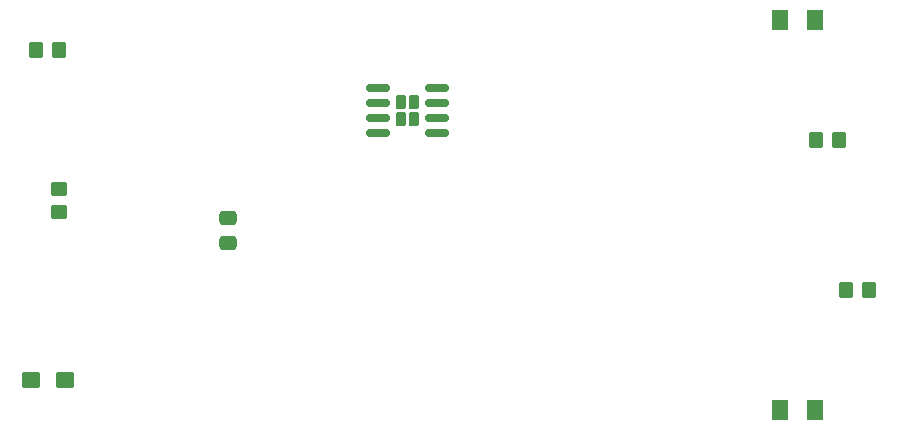
<source format=gbr>
%TF.GenerationSoftware,KiCad,Pcbnew,(6.0.10)*%
%TF.CreationDate,2023-02-16T14:21:37-08:00*%
%TF.ProjectId,project1_2,70726f6a-6563-4743-915f-322e6b696361,rev?*%
%TF.SameCoordinates,Original*%
%TF.FileFunction,Paste,Top*%
%TF.FilePolarity,Positive*%
%FSLAX46Y46*%
G04 Gerber Fmt 4.6, Leading zero omitted, Abs format (unit mm)*
G04 Created by KiCad (PCBNEW (6.0.10)) date 2023-02-16 14:21:37*
%MOMM*%
%LPD*%
G01*
G04 APERTURE LIST*
G04 Aperture macros list*
%AMRoundRect*
0 Rectangle with rounded corners*
0 $1 Rounding radius*
0 $2 $3 $4 $5 $6 $7 $8 $9 X,Y pos of 4 corners*
0 Add a 4 corners polygon primitive as box body*
4,1,4,$2,$3,$4,$5,$6,$7,$8,$9,$2,$3,0*
0 Add four circle primitives for the rounded corners*
1,1,$1+$1,$2,$3*
1,1,$1+$1,$4,$5*
1,1,$1+$1,$6,$7*
1,1,$1+$1,$8,$9*
0 Add four rect primitives between the rounded corners*
20,1,$1+$1,$2,$3,$4,$5,0*
20,1,$1+$1,$4,$5,$6,$7,0*
20,1,$1+$1,$6,$7,$8,$9,0*
20,1,$1+$1,$8,$9,$2,$3,0*%
G04 Aperture macros list end*
%ADD10RoundRect,0.250000X-0.475000X0.337500X-0.475000X-0.337500X0.475000X-0.337500X0.475000X0.337500X0*%
%ADD11RoundRect,0.250000X-0.350000X-0.450000X0.350000X-0.450000X0.350000X0.450000X-0.350000X0.450000X0*%
%ADD12RoundRect,0.230000X0.230000X0.375000X-0.230000X0.375000X-0.230000X-0.375000X0.230000X-0.375000X0*%
%ADD13RoundRect,0.150000X0.825000X0.150000X-0.825000X0.150000X-0.825000X-0.150000X0.825000X-0.150000X0*%
%ADD14RoundRect,0.250000X-0.537500X-0.425000X0.537500X-0.425000X0.537500X0.425000X-0.537500X0.425000X0*%
%ADD15RoundRect,0.250000X0.350000X0.450000X-0.350000X0.450000X-0.350000X-0.450000X0.350000X-0.450000X0*%
%ADD16RoundRect,0.250001X0.462499X0.624999X-0.462499X0.624999X-0.462499X-0.624999X0.462499X-0.624999X0*%
%ADD17RoundRect,0.250000X-0.450000X0.350000X-0.450000X-0.350000X0.450000X-0.350000X0.450000X0.350000X0*%
%ADD18RoundRect,0.250001X-0.462499X-0.624999X0.462499X-0.624999X0.462499X0.624999X-0.462499X0.624999X0*%
G04 APERTURE END LIST*
D10*
%TO.C,C2*%
X134620000Y-87862500D03*
X134620000Y-89937500D03*
%TD*%
D11*
%TO.C,R3*%
X184410000Y-81280000D03*
X186410000Y-81280000D03*
%TD*%
D12*
%TO.C,U1*%
X150430000Y-77990000D03*
X150430000Y-79490000D03*
X149290000Y-77990000D03*
X149290000Y-79490000D03*
D13*
X152335000Y-80645000D03*
X152335000Y-79375000D03*
X152335000Y-78105000D03*
X152335000Y-76835000D03*
X147385000Y-76835000D03*
X147385000Y-78105000D03*
X147385000Y-79375000D03*
X147385000Y-80645000D03*
%TD*%
D14*
%TO.C,C1*%
X117942500Y-101600000D03*
X120817500Y-101600000D03*
%TD*%
D15*
%TO.C,R1*%
X120380000Y-73660000D03*
X118380000Y-73660000D03*
%TD*%
D16*
%TO.C,D1*%
X184367500Y-71120000D03*
X181392500Y-71120000D03*
%TD*%
D17*
%TO.C,R2*%
X120380000Y-85360000D03*
X120380000Y-87360000D03*
%TD*%
D18*
%TO.C,D2*%
X181392500Y-104140000D03*
X184367500Y-104140000D03*
%TD*%
D11*
%TO.C,R4*%
X186960000Y-93980000D03*
X188960000Y-93980000D03*
%TD*%
M02*

</source>
